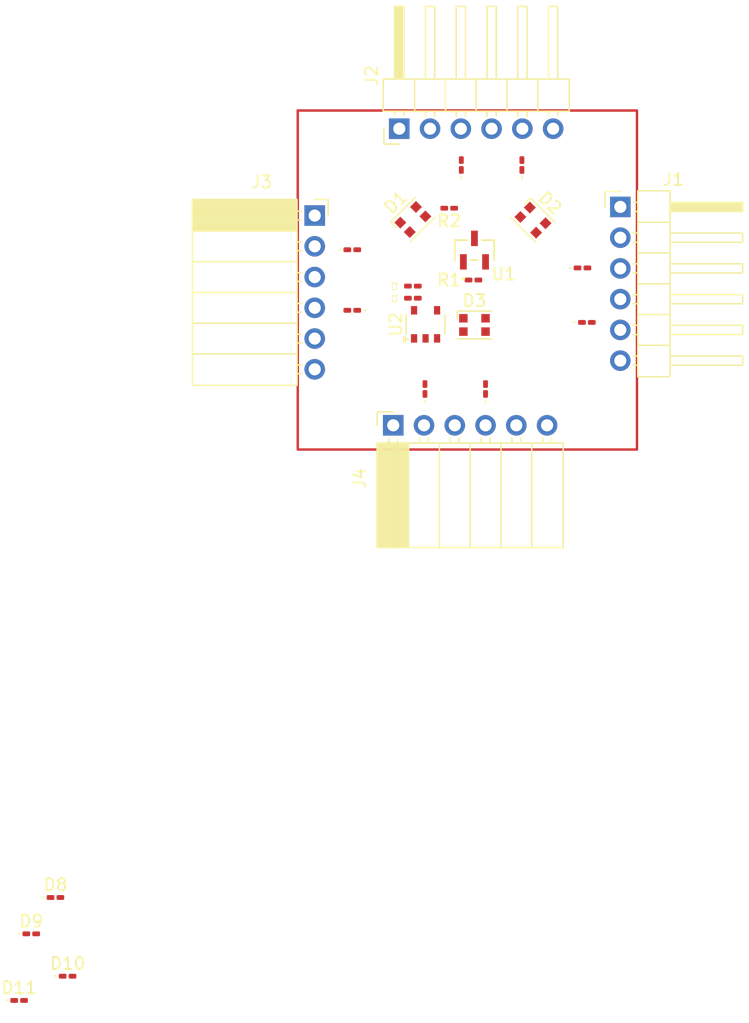
<source format=kicad_pcb>
(kicad_pcb (version 20240108) (generator "pcbnew") (generator_version "8.0")
  (layers (0 "F.Cu" signal) (31 "B.Cu" signal) (34 "B.Paste" user) (35 "F.Paste" user) (36 "B.SilkS" user "B.Silkscreen") (37 "F.SilkS" user "F.Silkscreen") (38 "B.Mask" user) (39 "F.Mask" user) (44 "Edge.Cuts" user))
  (net 0 "")
  (net 1 "Net-(D1-DOUT)")
  (net 2 "Net-(D1-DIN)")
  (net 3 "+5V")
  (net 4 "GND")
  (net 5 "Net-(D2-DOUT)")
  (net 6 "LED_OUT")
  (net 7 "EN_OUT")
  (net 8 "Hallout")
  (net 9 "CLK")
  (net 10 "EN_IN")
  (net 11 "EN")
  (net 12 "LED")
  (net 13 "LED_IN")
  (footprint "Connector_PinHeader_2.54mm:PinHeader_1x06_P2.54mm_Horizontal" (layer "F.Cu") (at 97.125 33.96)
    (property "Reference" "J1" (at 4.385 -2.27 360) (layer "F.SilkS"))
    (property "Value" "Conn_01x06_Pin")
    (fp_line (start -1.27 -1.27) (end 0 -1.27) (stroke (width 0.12)) (layer "F.SilkS"))
    (fp_line (start -1.27 0) (end -1.27 -1.27) (stroke (width 0.12)) (layer "F.SilkS"))
    (fp_line (start 1.042929 2.16) (end 1.44 2.16) (stroke (width 0.12)) (layer "F.SilkS"))
    (fp_line (start 1.042929 2.92) (end 1.44 2.92) (stroke (width 0.12)) (layer "F.SilkS"))
    (fp_line (start 1.042929 4.7) (end 1.44 4.7) (stroke (width 0.12)) (layer "F.SilkS"))
    (fp_line (start 1.042929 5.46) (end 1.44 5.46) (stroke (width 0.12)) (layer "F.SilkS"))
    (fp_line (start 1.042929 7.24) (end 1.44 7.24) (stroke (width 0.12)) (layer "F.SilkS"))
    (fp_line (start 1.042929 8) (end 1.44 8) (stroke (width 0.12)) (layer "F.SilkS"))
    (fp_line (start 1.042929 9.78) (end 1.44 9.78) (stroke (width 0.12)) (layer "F.SilkS"))
    (fp_line (start 1.042929 10.54) (end 1.44 10.54) (stroke (width 0.12)) (layer "F.SilkS"))
    (fp_line (start 1.042929 12.32) (end 1.44 12.32) (stroke (width 0.12)) (layer "F.SilkS"))
    (fp_line (start 1.042929 13.08) (end 1.44 13.08) (stroke (width 0.12)) (layer "F.SilkS"))
    (fp_line (start 1.11 -0.38) (end 1.44 -0.38) (stroke (width 0.12)) (layer "F.SilkS"))
    (fp_line (start 1.11 0.38) (end 1.44 0.38) (stroke (width 0.12)) (layer "F.SilkS"))
    (fp_line (start 1.44 -1.33) (end 1.44 14.03) (stroke (width 0.12)) (layer "F.SilkS"))
    (fp_line (start 1.44 1.27) (end 4.1 1.27) (stroke (width 0.12)) (layer "F.SilkS"))
    (fp_line (start 1.44 3.81) (end 4.1 3.81) (stroke (width 0.12)) (layer "F.SilkS"))
    (fp_line (start 1.44 6.35) (end 4.1 6.35) (stroke (width 0.12)) (layer "F.SilkS"))
    (fp_line (start 1.44 8.89) (end 4.1 8.89) (stroke (width 0.12)) (layer "F.SilkS"))
    (fp_line (start 1.44 11.43) (end 4.1 11.43) (stroke (width 0.12)) (layer "F.SilkS"))
    (fp_line (start 1.44 14.03) (end 4.1 14.03) (stroke (width 0.12)) (layer "F.SilkS"))
    (fp_line (start 4.1 -1.33) (end 1.44 -1.33) (stroke (width 0.12)) (layer "F.SilkS"))
    (fp_line (start 4.1 -0.38) (end 10.1 -0.38) (stroke (width 0.12)) (layer "F.SilkS"))
    (fp_line (start 4.1 -0.32) (end 10.1 -0.32) (stroke (width 0.12)) (layer "F.SilkS"))
    (fp_line (start 4.1 -0.2) (end 10.1 -0.2) (stroke (width 0.12)) (layer "F.SilkS"))
    (fp_line (start 4.1 -0.08) (end 10.1 -0.08) (stroke (width 0.12)) (layer "F.SilkS"))
    (fp_line (start 4.1 0.04) (end 10.1 0.04) (stroke (width 0.12)) (layer "F.SilkS"))
    (fp_line (start 4.1 0.16) (end 10.1 0.16) (stroke (width 0.12)) (layer "F.SilkS"))
    (fp_line (start 4.1 0.28) (end 10.1 0.28) (stroke (width 0.12)) (layer "F.SilkS"))
    (fp_line (start 4.1 2.16) (end 10.1 2.16) (stroke (width 0.12)) (layer "F.SilkS"))
    (fp_line (start 4.1 4.7) (end 10.1 4.7) (stroke (width 0.12)) (layer "F.SilkS"))
    (fp_line (start 4.1 7.24) (end 10.1 7.24) (stroke (width 0.12)) (layer "F.SilkS"))
    (fp_line (start 4.1 9.78) (end 10.1 9.78) (stroke (width 0.12)) (layer "F.SilkS"))
    (fp_line (start 4.1 12.32) (end 10.1 12.32) (stroke (width 0.12)) (layer "F.SilkS"))
    (fp_line (start 4.1 14.03) (end 4.1 -1.33) (stroke (width 0.12)) (layer "F.SilkS"))
    (fp_line (start 10.1 -0.38) (end 10.1 0.38) (stroke (width 0.12)) (layer "F.SilkS"))
    (fp_line (start 10.1 0.38) (end 4.1 0.38) (stroke (width 0.12)) (layer "F.SilkS"))
    (fp_line (start 10.1 2.16) (end 10.1 2.92) (stroke (width 0.12)) (layer "F.SilkS"))
    (fp_line (start 10.1 2.92) (end 4.1 2.92) (stroke (width 0.12)) (layer "F.SilkS"))
    (fp_line (start 10.1 4.7) (end 10.1 5.46) (stroke (width 0.12)) (layer "F.SilkS"))
    (fp_line (start 10.1 5.46) (end 4.1 5.46) (stroke (width 0.12)) (layer "F.SilkS"))
    (fp_line (start 10.1 7.24) (end 10.1 8) (stroke (width 0.12)) (layer "F.SilkS"))
    (fp_line (start 10.1 8) (end 4.1 8) (stroke (width 0.12)) (layer "F.SilkS"))
    (fp_line (start 10.1 9.78) (end 10.1 10.54) (stroke (width 0.12)) (layer "F.SilkS"))
    (fp_line (start 10.1 10.54) (end 4.1 10.54) (stroke (width 0.12)) (layer "F.SilkS"))
    (fp_line (start 10.1 12.32) (end 10.1 13.08) (stroke (width 0.12)) (layer "F.SilkS"))
    (fp_line (start 10.1 13.08) (end 4.1 13.08) (stroke (width 0.12)) (layer "F.SilkS"))
    (pad "1" thru_hole rect (at 0 0) (size 1.7 1.7) (drill 1) (layers "*.Cu" "*.Mask") (net 4 "GND"))
    (pad "2" thru_hole oval (at 0 2.54) (size 1.7 1.7) (drill 1) (layers "*.Cu" "*.Mask") (net 3 "+5V"))
    (pad "3" thru_hole oval (at 0 5.08) (size 1.7 1.7) (drill 1) (layers "*.Cu" "*.Mask") (net 9 "CLK"))
    (pad "4" thru_hole oval (at 0 7.62) (size 1.7 1.7) (drill 1) (layers "*.Cu" "*.Mask") (net 11 "EN"))
    (pad "5" thru_hole oval (at 0 10.16) (size 1.7 1.7) (drill 1) (layers "*.Cu" "*.Mask") (net 12 "LED"))
    (pad "6" thru_hole oval (at 0 12.7) (size 1.7 1.7) (drill 1) (layers "*.Cu" "*.Mask") (net 8 "Hallout"))
  )
  (footprint "Diode_SMD:D_0201_0603Metric_Pad0.64x0.40mm_HandSolder" (layer "F.Cu") (at 50.5 91)
    (property "Reference" "D8" (at 0 -1.05 0) (layer "F.SilkS"))
    (property "Value" "D")
    (fp_circle (center -1.035 0) (end -0.985 0) (stroke (width 0.1)) (fill none) (layer "F.SilkS"))
    (pad "1" smd roundrect (at -0.4075 0) (size 0.635 0.4) (layers "F.Cu" "F.Mask") (net 11 "EN"))
    (pad "2" smd roundrect (at 0.4075 0) (size 0.635 0.4) (layers "F.Cu" "F.Mask") (net 11 "EN"))
  )
  (footprint "Connector_PinSocket_2.54mm:PinSocket_1x06_P2.54mm_Horizontal" (layer "F.Cu") (at 78.38 52 90)
    (property "Reference" "J4" (at -4.38 -2.77 90) (layer "F.SilkS"))
    (property "Value" "Conn_01x06_Socket")
    (fp_line (start 1.11 -1.33) (end 1.11 0) (stroke (width 0.12)) (layer "F.SilkS"))
    (fp_line (start 0 -1.33) (end 1.11 -1.33) (stroke (width 0.12)) (layer "F.SilkS"))
    (fp_line (start -1.46 -1.33) (end -1.46 14.03) (stroke (width 0.12)) (layer "F.SilkS"))
    (fp_line (start -10.09 -1.33) (end -1.46 -1.33) (stroke (width 0.12)) (layer "F.SilkS"))
    (fp_line (start -10.09 -1.33) (end -10.09 14.03) (stroke (width 0.12)) (layer "F.SilkS"))
    (fp_line (start -10.09 -1.21) (end -1.46 -1.21) (stroke (width 0.12)) (layer "F.SilkS"))
    (fp_line (start -10.09 -1.091905) (end -1.46 -1.091905) (stroke (width 0.12)) (layer "F.SilkS"))
    (fp_line (start -10.09 -0.97381) (end -1.46 -0.97381) (stroke (width 0.12)) (layer "F.SilkS"))
    (fp_line (start -10.09 -0.855715) (end -1.46 -0.855715) (stroke (width 0.12)) (layer "F.SilkS"))
    (fp_line (start -10.09 -0.73762) (end -1.46 -0.73762) (stroke (width 0.12)) (layer "F.SilkS"))
    (fp_line (start -10.09 -0.619525) (end -1.46 -0.619525) (stroke (width 0.12)) (layer "F.SilkS"))
    (fp_line (start -10.09 -0.50143) (end -1.46 -0.50143) (stroke (width 0.12)) (layer "F.SilkS"))
    (fp_line (start -10.09 -0.383335) (end -1.46 -0.383335) (stroke (width 0.12)) (layer "F.SilkS"))
    (fp_line (start -1.46 -0.36) (end -1.11 -0.36) (stroke (width 0.12)) (layer "F.SilkS"))
    (fp_line (start -10.09 -0.26524) (end -1.46 -0.26524) (stroke (width 0.12)) (layer "F.SilkS"))
    (fp_line (start -10.09 -0.147145) (end -1.46 -0.147145) (stroke (width 0.12)) (layer "F.SilkS"))
    (fp_line (start -10.09 -0.02905) (end -1.46 -0.02905) (stroke (width 0.12)) (layer "F.SilkS"))
    (fp_line (start -10.09 0.089045) (end -1.46 0.089045) (stroke (width 0.12)) (layer "F.SilkS"))
    (fp_line (start -10.09 0.20714) (end -1.46 0.20714) (stroke (width 0.12)) (layer "F.SilkS"))
    (fp_line (start -10.09 0.325235) (end -1.46 0.325235) (stroke (width 0.12)) (layer "F.SilkS"))
    (fp_line (start -1.46 0.36) (end -1.11 0.36) (stroke (width 0.12)) (layer "F.SilkS"))
    (fp_line (start -10.09 0.44333) (end -1.46 0.44333) (stroke (width 0.12)) (layer "F.SilkS"))
    (fp_line (start -10.09 0.561425) (end -1.46 0.561425) (stroke (width 0.12)) (layer "F.SilkS"))
    (fp_line (start -10.09 0.67952) (end -1.46 0.67952) (stroke (width 0.12)) (layer "F.SilkS"))
    (fp_line (start -10.09 0.797615) (end -1.46 0.797615) (stroke (width 0.12)) (layer "F.SilkS"))
    (fp_line (start -10.09 0.91571) (end -1.46 0.91571) (stroke (width 0.12)) (layer "F.SilkS"))
    (fp_line (start -10.09 1.033805) (end -1.46 1.033805) (stroke (width 0.12)) (layer "F.SilkS"))
    (fp_line (start -10.09 1.1519) (end -1.46 1.1519) (stroke (width 0.12)) (layer "F.SilkS"))
    (fp_line (start -10.09 1.27) (end -1.46 1.27) (stroke (width 0.12)) (layer "F.SilkS"))
    (fp_line (start -1.46 2.18) (end -1.05 2.18) (stroke (width 0.12)) (layer "F.SilkS"))
    (fp_line (start -1.46 2.9) (end -1.05 2.9) (stroke (width 0.12)) (layer "F.SilkS"))
    (fp_line (start -10.09 3.81) (end -1.46 3.81) (stroke (width 0.12)) (layer "F.SilkS"))
    (fp_line (start -1.46 4.72) (end -1.05 4.72) (stroke (width 0.12)) (layer "F.SilkS"))
    (fp_line (start -1.46 5.44) (end -1.05 5.44) (stroke (width 0.12)) (layer "F.SilkS"))
    (fp_line (start -10.09 6.35) (end -1.46 6.35) (stroke (width 0.12)) (layer "F.SilkS"))
    (fp_line (start -1.46 7.26) (end -1.05 7.26) (stroke (width 0.12)) (layer "F.SilkS"))
    (fp_line (start -1.46 7.98) (end -1.05 7.98) (stroke (width 0.12)) (layer "F.SilkS"))
    (fp_line (start -10.09 8.89) (end -1.46 8.89) (stroke (width 0.12)) (layer "F.SilkS"))
    (fp_line (start -1.46 9.8) (end -1.05 9.8) (stroke (width 0.12)) (layer "F.SilkS"))
    (fp_line (start -1.46 10.52) (end -1.05 10.52) (stroke (width 0.12)) (layer "F.SilkS"))
    (fp_line (start -10.09 11.43) (end -1.46 11.43) (stroke (width 0.12)) (layer "F.SilkS"))
    (fp_line (start -1.46 12.34) (end -1.05 12.34) (stroke (width 0.12)) (layer "F.SilkS"))
    (fp_line (start -1.46 13.06) (end -1.05 13.06) (stroke (width 0.12)) (layer "F.SilkS"))
    (fp_line (start -10.09 14.03) (end -1.46 14.03) (stroke (width 0.12)) (layer "F.SilkS"))
    (pad "1" thru_hole rect (at 0 0 90) (size 1.7 1.7) (drill 1) (layers "*.Cu" "*.Mask") (net 8 "Hallout"))
    (pad "2" thru_hole oval (at 0 2.54 90) (size 1.7 1.7) (drill 1) (layers "*.Cu" "*.Mask") (net 12 "LED"))
    (pad "3" thru_hole oval (at 0 5.08 90) (size 1.7 1.7) (drill 1) (layers "*.Cu" "*.Mask") (net 11 "EN"))
    (pad "4" thru_hole oval (at 0 7.62 90) (size 1.7 1.7) (drill 1) (layers "*.Cu" "*.Mask") (net 9 "CLK"))
    (pad "5" thru_hole oval (at 0 10.16 90) (size 1.7 1.7) (drill 1) (layers "*.Cu" "*.Mask") (net 3 "+5V"))
    (pad "6" thru_hole oval (at 0 12.7 90) (size 1.7 1.7) (drill 1) (layers "*.Cu" "*.Mask") (net 4 "GND"))
  )
  (footprint "Connector_PinHeader_2.54mm:PinHeader_1x06_P2.54mm_Horizontal" (layer "F.Cu") (at 78.88 27.5 90)
    (property "Reference" "J2" (at 4.385 -2.27 90) (layer "F.SilkS"))
    (property "Value" "Conn_01x06_Pin")
    (fp_line (start 4.1 -1.33) (end 1.44 -1.33) (stroke (width 0.12)) (layer "F.SilkS"))
    (fp_line (start 1.44 -1.33) (end 1.44 14.03) (stroke (width 0.12)) (layer "F.SilkS"))
    (fp_line (start -1.27 -1.27) (end 0 -1.27) (stroke (width 0.12)) (layer "F.SilkS"))
    (fp_line (start 10.1 -0.38) (end 10.1 0.38) (stroke (width 0.12)) (layer "F.SilkS"))
    (fp_line (start 4.1 -0.38) (end 10.1 -0.38) (stroke (width 0.12)) (layer "F.SilkS"))
    (fp_line (start 1.11 -0.38) (end 1.44 -0.38) (stroke (width 0.12)) (layer "F.SilkS"))
    (fp_line (start 4.1 -0.32) (end 10.1 -0.32) (stroke (width 0.12)) (layer "F.SilkS"))
    (fp_line (start 4.1 -0.2) (end 10.1 -0.2) (stroke (width 0.12)) (layer "F.SilkS"))
    (fp_line (start 4.1 -0.08) (end 10.1 -0.08) (stroke (width 0.12)) (layer "F.SilkS"))
    (fp_line (start -1.27 0) (end -1.27 -1.27) (stroke (width 0.12)) (layer "F.SilkS"))
    (fp_line (start 4.1 0.04) (end 10.1 0.04) (stroke (width 0.12)) (layer "F.SilkS"))
    (fp_line (start 4.1 0.16) (end 10.1 0.16) (stroke (width 0.12)) (layer "F.SilkS"))
    (fp_line (start 4.1 0.28) (end 10.1 0.28) (stroke (width 0.12)) (layer "F.SilkS"))
    (fp_line (start 10.1 0.38) (end 4.1 0.38) (stroke (width 0.12)) (layer "F.SilkS"))
    (fp_line (start 1.11 0.38) (end 1.44 0.38) (stroke (width 0.12)) (layer "F.SilkS"))
    (fp_line (start 1.44 1.27) (end 4.1 1.27) (stroke (width 0.12)) (layer "F.SilkS"))
    (fp_line (start 10.1 2.16) (end 10.1 2.92) (stroke (width 0.12)) (layer "F.SilkS"))
    (fp_line (start 4.1 2.16) (end 10.1 2.16) (stroke (width 0.12)) (layer "F.SilkS"))
    (fp_line (start 1.042929 2.16) (end 1.44 2.16) (stroke (width 0.12)) (layer "F.SilkS"))
    (fp_line (start 10.1 2.92) (end 4.1 2.92) (stroke (width 0.12)) (layer "F.SilkS"))
    (fp_line (start 1.042929 2.92) (end 1.44 2.92) (stroke (width 0.12)) (layer "F.SilkS"))
    (fp_line (start 1.44 3.81) (end 4.1 3.81) (stroke (width 0.12)) (layer "F.SilkS"))
    (fp_line (start 10.1 4.7) (end 10.1 5.46) (stroke (width 0.12)) (layer "F.SilkS"))
    (fp_line (start 4.1 4.7) (end 10.1 4.7) (stroke (width 0.12)) (layer "F.SilkS"))
    (fp_line (start 1.042929 4.7) (end 1.44 4.7) (stroke (width 0.12)) (layer "F.SilkS"))
    (fp_line (start 10.1 5.46) (end 4.1 5.46) (stroke (width 0.12)) (layer "F.SilkS"))
    (fp_line (start 1.042929 5.46) (end 1.44 5.46) (stroke (width 0.12)) (layer "F.SilkS"))
    (fp_line (start 1.44 6.35) (end 4.1 6.35) (stroke (width 0.12)) (layer "F.SilkS"))
    (fp_line (start 10.1 7.24) (end 10.1 8) (stroke (width 0.12)) (layer "F.SilkS"))
    (fp_line (start 4.1 7.24) (end 10.1 7.24) (stroke (width 0.12)) (layer "F.SilkS"))
    (fp_line (start 1.042929 7.24) (end 1.44 7.24) (stroke (width 0.12)) (layer "F.SilkS"))
    (fp_line (start 10.1 8) (end 4.1 8) (stroke (width 0.12)) (layer "F.SilkS"))
    (fp_line (start 1.042929 8) (end 1.44 8) (stroke (width 0.12)) (layer "F.SilkS"))
    (fp_line (start 1.44 8.89) (end 4.1 8.89) (stroke (width 0.12)) (layer "F.SilkS"))
    (fp_line (start 10.1 9.78) (end 10.1 10.54) (stroke (width 0.12)) (layer "F.SilkS"))
    (fp_line (start 4.1 9.78) (end 10.1 9.78) (stroke (width 0.12)) (layer "F.SilkS"))
    (fp_line (start 1.042929 9.78) (end 1.44 9.78) (stroke (width 0.12)) (layer "F.SilkS"))
    (fp_line (start 10.1 10.54) (end 4.1 10.54) (stroke (width 0.12)) (layer "F.SilkS"))
    (fp_line (start 1.042929 10.54) (end 1.44 10.54) (stroke (width 0.12)) (layer "F.SilkS"))
    (fp_line (start 1.44 11.43) (end 4.1 11.43) (stroke (width 0.12)) (layer "F.SilkS"))
    (fp_line (start 10.1 12.32) (end 10.1 13.08) (stroke (width 0.12)) (layer "F.SilkS"))
    (fp_line (start 4.1 12.32) (end 10.1 12.32) (stroke (width 0.12)) (layer "F.SilkS"))
    (fp_line (start 1.042929 12.32) (end 1.44 12.32) (stroke (width 0.12)) (layer "F.SilkS"))
    (fp_line (start 10.1 13.08) (end 4.1 13.08) (stroke (width 0.12)) (layer "F.SilkS"))
    (fp_line (start 1.042929 13.08) (end 1.44 13.08) (stroke (width 0.12)) (layer "F.SilkS"))
    (fp_line (start 4.1 14.03) (end 4.1 -1.33) (stroke (width 0.12)) (layer "F.SilkS"))
    (fp_line (start 1.44 14.03) (end 4.1 14.03) (stroke (width 0.12)) (layer "F.SilkS"))
    (pad "1" thru_hole rect (at 0 0 90) (size 1.7 1.7) (drill 1) (layers "*.Cu" "*.Mask") (net 4 "GND"))
    (pad "2" thru_hole oval (at 0 2.54 90) (size 1.7 1.7) (drill 1) (layers "*.Cu" "*.Mask") (net 3 "+5V"))
    (pad "3" thru_hole oval (at 0 5.08 90) (size 1.7 1.7) (drill 1) (layers "*.Cu" "*.Mask") (net 9 "CLK"))
    (pad "4" thru_hole oval (at 0 7.62 90) (size 1.7 1.7) (drill 1) (layers "*.Cu" "*.Mask") (net 11 "EN"))
    (pad "5" thru_hole oval (at 0 10.16 90) (size 1.7 1.7) (drill 1) (layers "*.Cu" "*.Mask") (net 12 "LED"))
    (pad "6" thru_hole oval (at 0 12.7 90) (size 1.7 1.7) (drill 1) (layers "*.Cu" "*.Mask") (net 8 "Hallout"))
  )
  (footprint "Diode_SMD:D_0201_0603Metric_Pad0.64x0.40mm_HandSolder" (layer "F.Cu") (at 75 42.5 180)
    (property "Reference" "D6" (hide yes))
    (property "Value" "D" (hide yes))
    (fp_circle (center -1.035 0) (end -0.985 0) (stroke (width 0.1)) (fill none) (layer "F.SilkS"))
    (pad "1" smd roundrect (at -0.4075 0 180) (size 0.635 0.4) (layers "F.Cu" "F.Mask") (net 9 "CLK"))
    (pad "2" smd roundrect (at 0.4075 0 180) (size 0.635 0.4) (layers "F.Cu" "F.Mask") (net 9 "CLK"))
  )
  (footprint "Resistor_SMD:R_0201_0603Metric_Pad0.64x0.40mm_HandSolder" (layer "F.Cu") (at 85 40)
    (property "Reference" "R1" (at -2 0 360) (layer "F.SilkS"))
    (property "Value" "10k")
    (pad "1" smd roundrect (at -0.4075 0) (size 0.635 0.4) (layers "F.Cu" "F.Mask") (net 7 "EN_OUT"))
    (pad "2" smd roundrect (at 0.4075 0) (size 0.635 0.4) (layers "F.Cu" "F.Mask") (net 8 "Hallout"))
  )
  (footprint "Diode_SMD:D_0201_0603Metric_Pad0.64x0.40mm_HandSolder" (layer "F.Cu") (at 75 37.5)
    (property "Reference" "D14" (hide yes))
    (property "Value" "D" (hide yes))
    (fp_circle (center -1.035 0) (end -0.985 0) (stroke (width 0.1)) (fill none) (layer "F.SilkS"))
    (pad "1" smd roundrect (at -0.4075 0) (size 0.635 0.4) (layers "F.Cu" "F.Mask") (net 12 "LED"))
    (pad "2" smd roundrect (at 0.4075 0) (size 0.635 0.4) (layers "F.Cu" "F.Mask") (net 12 "LED"))
  )
  (footprint "LED_SMD:LED_WS2812B-2020_PLCC4_2.0x2.0mm" (layer "F.Cu") (at 85.085 43.710254)
    (property "Reference" "D3" (at 0 -2 0) (layer "F.SilkS"))
    (property "Value" "WS2812B-2020" (hide yes))
    (fp_line (start -1.42 -1.15) (end -1.42 -0.5) (stroke (width 0.12)) (layer "F.SilkS"))
    (fp_line (start -1.42 -1.15) (end 1.42 -1.15) (stroke (width 0.12)) (layer "F.SilkS"))
    (fp_line (start -1.42 1.15) (end 1.42 1.15) (stroke (width 0.12)) (layer "F.SilkS"))
    (pad "1" smd rect (at -0.915 -0.55) (size 0.7 0.7) (layers "F.Cu" "F.Paste" "F.Mask") (net 6 "LED_OUT"))
    (pad "2" smd rect (at -0.915 0.55) (size 0.7 0.7) (layers "F.Cu" "F.Paste" "F.Mask") (net 4 "GND"))
    (pad "3" smd rect (at 0.915 0.55) (size 0.7 0.7) (layers "F.Cu" "F.Paste" "F.Mask") (net 5 "Net-(D2-DOUT)"))
    (pad "4" smd rect (at 0.915 -0.55) (size 0.7 0.7) (layers "F.Cu" "F.Paste" "F.Mask") (net 3 "+5V"))
  )
  (footprint "Diode_SMD:D_0201_0603Metric_Pad0.64x0.40mm_HandSolder" (layer "F.Cu") (at 86 49 90)
    (property "Reference" "D7" (hide yes))
    (property "Value" "D" (hide yes))
    (fp_circle (center -1.035 0) (end -0.985 0) (stroke (width 0.1)) (fill none) (layer "F.SilkS"))
    (pad "1" smd roundrect (at -0.4075 0 90) (size 0.635 0.4) (layers "F.Cu" "F.Mask") (net 9 "CLK"))
    (pad "2" smd roundrect (at 0.4075 0 90) (size 0.635 0.4) (layers "F.Cu" "F.Mask") (net 9 "CLK"))
  )
  (footprint "Sensor:SOT23_AH3572-SA-7_DIO" (layer "F.Cu") (at 85.085001 37.5294)
    (property "Reference" "U1" (at 2.414999 1.9706 0) (layer "F.SilkS"))
    (property "Value" "AH3572-SA-7" (hide yes))
    (fp_line (start -1.6256 -0.8255) (end -1.6256 0.8255) (stroke (width 0.1524)) (layer "F.SilkS"))
    (fp_line (start -0.61214 -0.8255) (end -1.6256 -0.8255) (stroke (width 0.1524)) (layer "F.SilkS"))
    (fp_line (start -0.302859 0.8255) (end 0.302859 0.8255) (stroke (width 0.1524)) (layer "F.SilkS"))
    (fp_line (start 1.6256 -0.8255) (end 0.61214 -0.8255) (stroke (width 0.1524)) (layer "F.SilkS"))
    (fp_line (start 1.6256 0.8255) (end 1.6256 -0.8255) (stroke (width 0.1524)) (layer "F.SilkS"))
    (fp_circle (center -0.915 2.3676) (end -0.8388 2.3676) (stroke (width 0.1524)) (fill none) (layer "F.SilkS"))
    (pad "1" smd rect (at -0.914999 0.9706) (size 0.5588 1.27) (layers "F.Cu" "F.Paste" "F.Mask") (net 7 "EN_OUT"))
    (pad "2" smd rect (at 0 -0.9706) (size 0.5588 1.27) (layers "F.Cu" "F.Paste" "F.Mask") (net 4 "GND"))
    (pad "3" smd rect (at 0.914999 0.9706) (size 0.5588 1.27) (layers "F.Cu" "F.Paste" "F.Mask") (net 8 "Hallout"))
  )
  (footprint "Resistor_SMD:R_0201_0603Metric_Pad0.64x0.40mm_HandSolder" (layer "F.Cu") (at 83 34.0675 180)
    (property "Reference" "R2" (at 0 -1.05 360) (layer "F.SilkS"))
    (property "Value" "330R")
    (pad "1" smd roundrect (at -0.4075 0 180) (size 0.635 0.4) (layers "F.Cu" "F.Mask") (net 13 "LED_IN"))
    (pad "2" smd roundrect (at 0.4075 0 180) (size 0.635 0.4) (layers "F.Cu" "F.Mask") (net 2 "Net-(D1-DIN)"))
  )
  (footprint "Capacitor_SMD:C_0201_0603Metric_Pad0.64x0.40mm_HandSolder" (layer "F.Cu") (at 80 41.5)
    (property "Reference" "C1" (at -1.5 0 90) (layer "F.SilkS") (effects (font (size 0.4 0.4) (thickness 0.06))))
    (property "Value" "100pF" (hide yes))
    (pad "1" smd roundrect (at -0.4075 0) (size 0.635 0.4) (layers "F.Cu" "F.Mask") (net 3 "+5V"))
    (pad "2" smd roundrect (at 0.4075 0) (size 0.635 0.4) (layers "F.Cu" "F.Mask") (net 4 "GND"))
  )
  (footprint "Package_SO:TSOP-5_1.65x3.05mm_P0.95mm" (layer "F.Cu") (at 81.05 43.66 90)
    (property "Reference" "U2" (at 0 -2.45 90) (layer "F.SilkS"))
    (property "Value" "74LVC1G79" (hide yes))
    (fp_line (start -0.8 -1.6) (end 0.8 -1.6) (stroke (width 0.12)) (layer "F.SilkS"))
    (fp_line (start -0.8 1.6) (end 0.8 1.6) (stroke (width 0.12)) (layer "F.SilkS"))
    (fp_poly (pts (xy -1.25 -1.45) (xy -1.49 -1.78) (xy -1.01 -1.78) (xy -1.25 -1.45)) (stroke (width 0.12)) (fill solid) (layer "F.SilkS"))
    (pad "1" smd rect (at -1.16 -0.95 90) (size 0.7 0.51) (layers "F.Cu" "F.Paste" "F.Mask") (net 10 "EN_IN"))
    (pad "2" smd rect (at -1.16 0 90) (size 0.7 0.51) (layers "F.Cu" "F.Paste" "F.Mask") (net 9 "CLK"))
    (pad "3" smd rect (at -1.16 0.95 90) (size 0.7 0.51) (layers "F.Cu" "F.Paste" "F.Mask") (net 4 "GND"))
    (pad "4" smd rect (at 1.16 0.95 90) (size 0.7 0.51) (layers "F.Cu" "F.Paste" "F.Mask") (net 7 "EN_OUT"))
    (pad "5" smd rect (at 1.16 -0.95 90) (size 0.7 0.51) (layers "F.Cu" "F.Paste" "F.Mask") (net 3 "+5V"))
  )
  (footprint "Capacitor_SMD:C_0201_0603Metric_Pad0.64x0.40mm_HandSolder" (layer "F.Cu") (at 80 40.5)
    (property "Reference" "C2" (at -1.5 0 90) (layer "F.SilkS") (effects (font (size 0.4 0.4) (thickness 0.06))))
    (property "Value" "0.01uF" (hide yes))
    (pad "1" smd roundrect (at -0.4075 0) (size 0.635 0.4) (layers "F.Cu" "F.Mask") (net 3 "+5V"))
    (pad "2" smd roundrect (at 0.4075 0) (size 0.635 0.4) (layers "F.Cu" "F.Mask") (net 4 "GND"))
  )
  (footprint "Diode_SMD:D_0201_0603Metric_Pad0.64x0.40mm_HandSolder" (layer "F.Cu") (at 48.5 94)
    (property "Reference" "D9" (at 0 -1.05 0) (layer "F.SilkS"))
    (property "Value" "D")
    (fp_circle (center -1.035 0) (end -0.985 0) (stroke (width 0.1)) (fill none) (layer "F.SilkS"))
    (pad "1" smd roundrect (at -0.4075 0) (size 0.635 0.4) (layers "F.Cu" "F.Mask") (net 11 "EN"))
    (pad "2" smd roundrect (at 0.4075 0) (size 0.635 0.4) (layers "F.Cu" "F.Mask") (net 11 "EN"))
  )
  (footprint "Connector_PinSocket_2.54mm:PinSocket_1x06_P2.54mm_Horizontal" (layer "F.Cu") (at 71.9 34.675)
    (property "Reference" "J3" (at -4.38 -2.77 0) (layer "F.SilkS"))
    (property "Value" "Conn_01x06_Socket")
    (fp_line (start -10.09 -1.33) (end -10.09 14.03) (stroke (width 0.12)) (layer "F.SilkS"))
    (fp_line (start -10.09 -1.33) (end -1.46 -1.33) (stroke (width 0.12)) (layer "F.SilkS"))
    (fp_line (start -10.09 -1.21) (end -1.46 -1.21) (stroke (width 0.12)) (layer "F.SilkS"))
    (fp_line (start -10.09 -1.091905) (end -1.46 -1.091905) (stroke (width 0.12)) (layer "F.SilkS"))
    (fp_line (start -10.09 -0.97381) (end -1.46 -0.97381) (stroke (width 0.12)) (layer "F.SilkS"))
    (fp_line (start -10.09 -0.855715) (end -1.46 -0.855715) (stroke (width 0.12)) (layer "F.SilkS"))
    (fp_line (start -10.09 -0.73762) (end -1.46 -0.73762) (stroke (width 0.12)) (layer "F.SilkS"))
    (fp_line (start -10.09 -0.619525) (end -1.46 -0.619525) (stroke (width 0.12)) (layer "F.SilkS"))
    (fp_line (start -10.09 -0.50143) (end -1.46 -0.50143) (stroke (width 0.12)) (layer "F.SilkS"))
    (fp_line (start -10.09 -0.383335) (end -1.46 -0.383335) (stroke (width 0.12)) (layer "F.SilkS"))
    (fp_line (start -10.09 -0.26524) (end -1.46 -0.26524) (stroke (width 0.12)) (layer "F.SilkS"))
    (fp_line (start -10.09 -0.147145) (end -1.46 -0.147145) (stroke (width 0.12)) (layer "F.SilkS"))
    (fp_line (start -10.09 -0.02905) (end -1.46 -0.02905) (stroke (width 0.12)) (layer "F.SilkS"))
    (fp_line (start -10.09 0.089045) (end -1.46 0.089045) (stroke (width 0.12)) (layer "F.SilkS"))
    (fp_line (start -10.09 0.20714) (end -1.46 0.20714) (stroke (width 0.12)) (layer "F.SilkS"))
    (fp_line (start -10.09 0.325235) (end -1.46 0.325235) (stroke (width 0.12)) (layer "F.SilkS"))
    (fp_line (start -10.09 0.44333) (end -1.46 0.44333) (stroke (width 0.12)) (layer "F.SilkS"))
    (fp_line (start -10.09 0.561425) (end -1.46 0.561425) (stroke (width 0.12)) (layer "F.SilkS"))
    (fp_line (start -10.09 0.67952) (end -1.46 0.67952) (stroke (width 0.12)) (layer "F.SilkS"))
    (fp_line (start -10.09 0.797615) (end -1.46 0.797615) (stroke (width 0.12)) (layer "F.SilkS"))
    (fp_line (start -10.09 0.91571) (end -1.46 0.91571) (stroke (width 0.12)) (layer "F.SilkS"))
    (fp_line (start -10.09 1.033805) (end -1.46 1.033805) (stroke (width 0.12)) (layer "F.SilkS"))
    (fp_line (start -10.09 1.1519) (end -1.46 1.1519) (stroke (width 0.12)) (layer "F.SilkS"))
    (fp_line (start -10.09 1.27) (end -1.46 1.27) (stroke (width 0.12)) (layer "F.SilkS"))
    (fp_line (start -10.09 3.81) (end -1.46 3.81) (stroke (width 0.12)) (layer "F.SilkS"))
    (fp_line (start -10.09 6.35) (end -1.46 6.35) (stroke (width 0.12)) (layer "F.SilkS"))
    (fp_line (start -10.09 8.89) (end -1.46 8.89) (stroke (width 0.12)) (layer "F.SilkS"))
    (fp_line (start -10.09 11.43) (end -1.46 11.43) (stroke (width 0.12)) (layer "F.SilkS"))
    (fp_line (start -10.09 14.03) (end -1.46 14.03) (stroke (width 0.12)) (layer "F.SilkS"))
    (fp_line (start -1.46 -1.33) (end -1.46 14.03) (stroke (width 0.12)) (layer "F.SilkS"))
    (fp_line (start -1.46 -0.36) (end -1.11 -0.36) (stroke (width 0.12)) (layer "F.SilkS"))
    (fp_line (start -1.46 0.36) (end -1.11 0.36) (stroke (width 0.12)) (layer "F.SilkS"))
    (fp_line (start -1.46 2.18) (end -1.05 2.18) (stroke (width 0.12)) (layer "F.SilkS"))
    (fp_line (start -1.46 2.9) (end -1.05 2.9) (stroke (width 0.12)) (layer "F.SilkS"))
    (fp_line (start -1.46 4.72) (end -1.05 4.72) (stroke (width 0.12)) (layer "F.SilkS"))
    (fp_line (start -1.46 5.44) (end -1.05 5.44) (stroke (width 0.12)) (layer "F.SilkS"))
    (fp_line (start -1.46 7.26) (end -1.05 7.26) (stroke (width 0.12)) (layer "F.SilkS"))
    (fp_line (start -1.46 7.98) (end -1.05 7.98) (stroke (width 0.12)) (layer "F.SilkS"))
    (fp_line (start -1.46 9.8) (end -1.05 9.8) (stroke (width 0.12)) (layer "F.SilkS"))
    (fp_line (start -1.46 10.52) (end -1.05 10.52) (stroke (width 0.12)) (layer "F.SilkS"))
    (fp_line (start -1.46 12.34) (end -1.05 12.34) (stroke (width 0.12)) (layer "F.SilkS"))
    (fp_line (start -1.46 13.06) (end -1.05 13.06) (stroke (width 0.12)) (layer "F.SilkS"))
    (fp_line (start 0 -1.33) (end 1.11 -1.33) (stroke (width 0.12)) (layer "F.SilkS"))
    (fp_line (start 1.11 -1.33) (end 1.11 0) (stroke (width 0.12)) (layer "F.SilkS"))
    (pad "1" thru_hole rect (at 0 0) (size 1.7 1.7) (drill 1) (layers "*.Cu" "*.Mask") (net 8 "Hallout"))
    (pad "2" thru_hole oval (at 0 2.54) (size 1.7 1.7) (drill 1) (layers "*.Cu" "*.Mask") (net 12 "LED"))
    (pad "3" thru_hole oval (at 0 5.08) (size 1.7 1.7) (drill 1) (layers "*.Cu" "*.Mask") (net 11 "EN"))
    (pad "4" thru_hole oval (at 0 7.62) (size 1.7 1.7) (drill 1) (layers "*.Cu" "*.Mask") (net 9 "CLK"))
    (pad "5" thru_hole oval (at 0 10.16) (size 1.7 1.7) (drill 1) (layers "*.Cu" "*.Mask") (net 3 "+5V"))
    (pad "6" thru_hole oval (at 0 12.7) (size 1.7 1.7) (drill 1) (layers "*.Cu" "*.Mask") (net 4 "GND"))
  )
  (footprint "Diode_SMD:D_0201_0603Metric_Pad0.64x0.40mm_HandSolder" (layer "F.Cu") (at 47.5 99.5)
    (property "Reference" "D11" (at 0 -1.05 0) (layer "F.SilkS"))
    (property "Value" "D")
    (fp_circle (center -1.035 0) (end -0.985 0) (stroke (width 0.1)) (fill none) (layer "F.SilkS"))
    (pad "1" smd roundrect (at -0.4075 0) (size 0.635 0.4) (layers "F.Cu" "F.Mask") (net 11 "EN"))
    (pad "2" smd roundrect (at 0.4075 0) (size 0.635 0.4) (layers "F.Cu" "F.Mask") (net 11 "EN"))
  )
  (footprint "Diode_SMD:D_0201_0603Metric_Pad0.64x0.40mm_HandSolder" (layer "F.Cu") (at 94 39)
    (property "Reference" "D4" (hide yes))
    (property "Value" "D" (hide yes))
    (fp_circle (center -1.035 0) (end -0.985 0) (stroke (width 0.1)) (fill none) (layer "F.SilkS"))
    (pad "1" smd roundrect (at -0.4075 0) (size 0.635 0.4) (layers "F.Cu" "F.Mask") (net 9 "CLK"))
    (pad "2" smd roundrect (at 0.4075 0) (size 0.635 0.4) (layers "F.Cu" "F.Mask") (net 9 "CLK"))
  )
  (footprint "LED_SMD:LED_WS2812B-2020_PLCC4_2.0x2.0mm" (layer "F.Cu") (at 80 35 45)
    (property "Reference" "D1" (at 0 -2.000001 45) (layer "F.SilkS"))
    (property "Value" "WS2812B-2020" (hide yes))
    (fp_line (start -1.42 -1.15) (end -1.42 -0.5) (stroke (width 0.12)) (layer "F.SilkS"))
    (fp_line (start -1.42 -1.15) (end 1.42 -1.15) (stroke (width 0.12)) (layer "F.SilkS"))
    (fp_line (start -1.42 1.15) (end 1.42 1.15) (stroke (width 0.12)) (layer "F.SilkS"))
    (pad "1" smd rect (at -0.915 -0.55 45) (size 0.7 0.7) (layers "F.Cu" "F.Paste" "F.Mask") (net 1 "Net-(D1-DOUT)"))
    (pad "2" smd rect (at -0.915 0.55 45) (size 0.7 0.7) (layers "F.Cu" "F.Paste" "F.Mask") (net 4 "GND"))
    (pad "3" smd rect (at 0.915 0.55 45) (size 0.7 0.7) (layers "F.Cu" "F.Paste" "F.Mask") (net 2 "Net-(D1-DIN)"))
    (pad "4" smd rect (at 0.915 -0.55 45) (size 0.7 0.7) (layers "F.Cu" "F.Paste" "F.Mask") (net 3 "+5V"))
  )
  (footprint "LED_SMD:LED_WS2812B-2020_PLCC4_2.0x2.0mm" (layer "F.Cu") (at 89.915 35.05 -45)
    (property "Reference" "D2" (at 0 -2.000001 135) (layer "F.SilkS"))
    (property "Value" "WS2812B-2020" (hide yes))
    (fp_line (start -1.42 1.15) (end 1.42 1.15) (stroke (width 0.12)) (layer "F.SilkS"))
    (fp_line (start -1.42 -1.15) (end -1.42 -0.5) (stroke (width 0.12)) (layer "F.SilkS"))
    (fp_line (start -1.42 -1.15) (end 1.42 -1.15) (stroke (width 0.12)) (layer "F.SilkS"))
    (pad "1" smd rect (at -0.915 -0.55 315) (size 0.7 0.7) (layers "F.Cu" "F.Paste" "F.Mask") (net 5 "Net-(D2-DOUT)"))
    (pad "2" smd rect (at -0.915 0.55 315) (size 0.7 0.7) (layers "F.Cu" "F.Paste" "F.Mask") (net 4 "GND"))
    (pad "3" smd rect (at 0.915 0.55 315) (size 0.7 0.7) (layers "F.Cu" "F.Paste" "F.Mask") (net 1 "Net-(D1-DOUT)"))
    (pad "4" smd rect (at 0.915 -0.55 315) (size 0.7 0.7) (layers "F.Cu" "F.Paste" "F.Mask") (net 3 "+5V"))
  )
  (footprint "Diode_SMD:D_0201_0603Metric_Pad0.64x0.40mm_HandSolder" (layer "F.Cu") (at 84 30.5 90)
    (property "Reference" "D5" (hide yes))
    (property "Value" "D" (hide yes))
    (fp_circle (center -1.035 0) (end -0.985 0) (stroke (width 0.1)) (fill none) (layer "F.SilkS"))
    (pad "1" smd roundrect (at -0.4075 0 90) (size 0.635 0.4) (layers "F.Cu" "F.Mask") (net 9 "CLK"))
    (pad "2" smd roundrect (at 0.4075 0 90) (size 0.635 0.4) (layers "F.Cu" "F.Mask") (net 9 "CLK"))
  )
  (footprint "Diode_SMD:D_0201_0603Metric_Pad0.64x0.40mm_HandSolder" (layer "F.Cu") (at 51.5 97.5)
    (property "Reference" "D10" (at 0 -1.05 0) (layer "F.SilkS"))
    (property "Value" "D")
    (fp_circle (center -1.035 0) (end -0.985 0) (stroke (width 0.1)) (fill none) (layer "F.SilkS"))
    (pad "1" smd roundrect (at -0.4075 0) (size 0.635 0.4) (layers "F.Cu" "F.Mask") (net 11 "EN"))
    (pad "2" smd roundrect (at 0.4075 0) (size 0.635 0.4) (layers "F.Cu" "F.Mask") (net 11 "EN"))
  )
  (footprint "Diode_SMD:D_0201_0603Metric_Pad0.64x0.40mm_HandSolder" (layer "F.Cu") (at 94.365 43.5)
    (property "Reference" "D13" (hide yes))
    (property "Value" "D" (hide yes))
    (fp_circle (center -1.035 0) (end -0.985 0) (stroke (width 0.1)) (fill none) (layer "F.SilkS"))
    (pad "1" smd roundrect (at -0.4075 0) (size 0.635 0.4) (layers "F.Cu" "F.Mask") (net 12 "LED"))
    (pad "2" smd roundrect (at 0.4075 0) (size 0.635 0.4) (layers "F.Cu" "F.Mask") (net 12 "LED"))
  )
  (footprint "Diode_SMD:D_0201_0603Metric_Pad0.64x0.40mm_HandSolder" (layer "F.Cu") (at 81 49 90)
    (property "Reference" "D15" (hide yes))
    (property "Value" "D" (hide yes))
    (fp_circle (center -1.035 0) (end -0.985 0) (stroke (width 0.1)) (fill none) (layer "F.SilkS"))
    (pad "1" smd roundrect (at -0.4075 0 90) (size 0.635 0.4) (layers "F.Cu" "F.Mask") (net 12 "LED"))
    (pad "2" smd roundrect (at 0.4075 0 90) (size 0.635 0.4) (layers "F.Cu" "F.Mask") (net 12 "LED"))
  )
  (footprint "Diode_SMD:D_0201_0603Metric_Pad0.64x0.40mm_HandSolder" (layer "F.Cu") (at 89 30.5 90)
    (property "Reference" "D12" (hide yes))
    (property "Value" "D" (hide yes))
    (fp_circle (center -1.035 0) (end -0.985 0) (stroke (width 0.1)) (fill none) (layer "F.SilkS"))
    (pad "1" smd roundrect (at -0.4075 0 90) (size 0.635 0.4) (layers "F.Cu" "F.Mask") (net 12 "LED"))
    (pad "2" smd roundrect (at 0.4075 0 90) (size 0.635 0.4) (layers "F.Cu" "F.Mask") (net 12 "LED"))
  )
  (gr_rect (start 70.5 26) (end 98.5 54) (stroke (width 0.2)) (fill none) (layer "F.Cu"))
)
</source>
